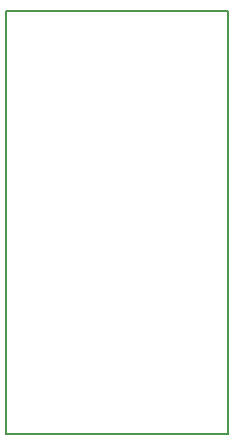
<source format=gbr>
G04 #@! TF.FileFunction,Profile,NP*
%FSLAX46Y46*%
G04 Gerber Fmt 4.6, Leading zero omitted, Abs format (unit mm)*
G04 Created by KiCad (PCBNEW 4.0.4-stable) date 06/20/17 22:04:30*
%MOMM*%
%LPD*%
G01*
G04 APERTURE LIST*
%ADD10C,0.100000*%
%ADD11C,0.150000*%
G04 APERTURE END LIST*
D10*
D11*
X25273000Y-13970000D02*
X25273000Y-14478000D01*
X44069000Y-13970000D02*
X25273000Y-13970000D01*
X44069000Y-18161000D02*
X44069000Y-13970000D01*
X44069000Y-48895000D02*
X44069000Y-18161000D01*
X44069000Y-49784000D02*
X44069000Y-48895000D01*
X25273000Y-49784000D02*
X44069000Y-49784000D01*
X25273000Y-49276000D02*
X25273000Y-49750000D01*
X25273000Y-39243000D02*
X25273000Y-49276000D01*
X25273000Y-34544000D02*
X25273000Y-39243000D01*
X25273000Y-29210000D02*
X25273000Y-34544000D01*
X25273000Y-26162000D02*
X25273000Y-29210000D01*
X25273000Y-21590000D02*
X25273000Y-26162000D01*
X25273000Y-14351000D02*
X25273000Y-21590000D01*
M02*

</source>
